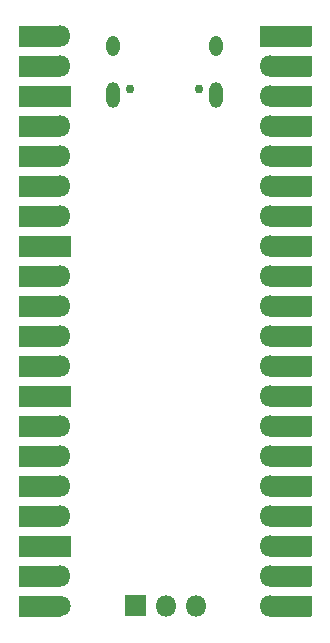
<source format=gbs>
G04 #@! TF.GenerationSoftware,KiCad,Pcbnew,(5.1.10)-1*
G04 #@! TF.CreationDate,2021-06-28T05:28:15+01:00*
G04 #@! TF.ProjectId,EnvOpenPico,456e764f-7065-46e5-9069-636f2e6b6963,REV1*
G04 #@! TF.SameCoordinates,Original*
G04 #@! TF.FileFunction,Soldermask,Bot*
G04 #@! TF.FilePolarity,Negative*
%FSLAX46Y46*%
G04 Gerber Fmt 4.6, Leading zero omitted, Abs format (unit mm)*
G04 Created by KiCad (PCBNEW (5.1.10)-1) date 2021-06-28 05:28:15*
%MOMM*%
%LPD*%
G01*
G04 APERTURE LIST*
%ADD10O,1.802000X1.802000*%
%ADD11C,1.802000*%
%ADD12C,0.752000*%
%ADD13O,1.102000X2.202000*%
%ADD14O,1.102000X1.702000*%
G04 APERTURE END LIST*
D10*
X112550000Y-106985000D03*
X112550000Y-104445000D03*
X112550000Y-101905000D03*
X112550000Y-99365000D03*
X112550000Y-96825000D03*
X112550000Y-94285000D03*
X112550000Y-91745000D03*
X112550000Y-89205000D03*
X112550000Y-86665000D03*
X112550000Y-84125000D03*
X112550000Y-81585000D03*
X112550000Y-79045000D03*
X112550000Y-76505000D03*
X112550000Y-73965000D03*
X112550000Y-71425000D03*
X112550000Y-68885000D03*
X112550000Y-66345000D03*
X112550000Y-63805000D03*
X112550000Y-61265000D03*
G36*
G01*
X113451000Y-57875000D02*
X113451000Y-59575000D01*
G75*
G02*
X113400000Y-59626000I-51000J0D01*
G01*
X111700000Y-59626000D01*
G75*
G02*
X111649000Y-59575000I0J51000D01*
G01*
X111649000Y-57875000D01*
G75*
G02*
X111700000Y-57824000I51000J0D01*
G01*
X113400000Y-57824000D01*
G75*
G02*
X113451000Y-57875000I0J-51000D01*
G01*
G37*
G36*
G01*
X116051000Y-98515000D02*
X116051000Y-100215000D01*
G75*
G02*
X116000000Y-100266000I-51000J0D01*
G01*
X112500000Y-100266000D01*
G75*
G02*
X112449000Y-100215000I0J51000D01*
G01*
X112449000Y-98515000D01*
G75*
G02*
X112500000Y-98464000I51000J0D01*
G01*
X116000000Y-98464000D01*
G75*
G02*
X116051000Y-98515000I0J-51000D01*
G01*
G37*
G36*
G01*
X116051000Y-101055000D02*
X116051000Y-102755000D01*
G75*
G02*
X116000000Y-102806000I-51000J0D01*
G01*
X112500000Y-102806000D01*
G75*
G02*
X112449000Y-102755000I0J51000D01*
G01*
X112449000Y-101055000D01*
G75*
G02*
X112500000Y-101004000I51000J0D01*
G01*
X116000000Y-101004000D01*
G75*
G02*
X116051000Y-101055000I0J-51000D01*
G01*
G37*
G36*
G01*
X116051000Y-95975000D02*
X116051000Y-97675000D01*
G75*
G02*
X116000000Y-97726000I-51000J0D01*
G01*
X112500000Y-97726000D01*
G75*
G02*
X112449000Y-97675000I0J51000D01*
G01*
X112449000Y-95975000D01*
G75*
G02*
X112500000Y-95924000I51000J0D01*
G01*
X116000000Y-95924000D01*
G75*
G02*
X116051000Y-95975000I0J-51000D01*
G01*
G37*
G36*
G01*
X116051000Y-103595000D02*
X116051000Y-105295000D01*
G75*
G02*
X116000000Y-105346000I-51000J0D01*
G01*
X112500000Y-105346000D01*
G75*
G02*
X112449000Y-105295000I0J51000D01*
G01*
X112449000Y-103595000D01*
G75*
G02*
X112500000Y-103544000I51000J0D01*
G01*
X116000000Y-103544000D01*
G75*
G02*
X116051000Y-103595000I0J-51000D01*
G01*
G37*
G36*
G01*
X116051000Y-93435000D02*
X116051000Y-95135000D01*
G75*
G02*
X116000000Y-95186000I-51000J0D01*
G01*
X112500000Y-95186000D01*
G75*
G02*
X112449000Y-95135000I0J51000D01*
G01*
X112449000Y-93435000D01*
G75*
G02*
X112500000Y-93384000I51000J0D01*
G01*
X116000000Y-93384000D01*
G75*
G02*
X116051000Y-93435000I0J-51000D01*
G01*
G37*
G36*
G01*
X116051000Y-106135000D02*
X116051000Y-107835000D01*
G75*
G02*
X116000000Y-107886000I-51000J0D01*
G01*
X112500000Y-107886000D01*
G75*
G02*
X112449000Y-107835000I0J51000D01*
G01*
X112449000Y-106135000D01*
G75*
G02*
X112500000Y-106084000I51000J0D01*
G01*
X116000000Y-106084000D01*
G75*
G02*
X116051000Y-106135000I0J-51000D01*
G01*
G37*
G36*
G01*
X116051000Y-85815000D02*
X116051000Y-87515000D01*
G75*
G02*
X116000000Y-87566000I-51000J0D01*
G01*
X112500000Y-87566000D01*
G75*
G02*
X112449000Y-87515000I0J51000D01*
G01*
X112449000Y-85815000D01*
G75*
G02*
X112500000Y-85764000I51000J0D01*
G01*
X116000000Y-85764000D01*
G75*
G02*
X116051000Y-85815000I0J-51000D01*
G01*
G37*
G36*
G01*
X116051000Y-90895000D02*
X116051000Y-92595000D01*
G75*
G02*
X116000000Y-92646000I-51000J0D01*
G01*
X112500000Y-92646000D01*
G75*
G02*
X112449000Y-92595000I0J51000D01*
G01*
X112449000Y-90895000D01*
G75*
G02*
X112500000Y-90844000I51000J0D01*
G01*
X116000000Y-90844000D01*
G75*
G02*
X116051000Y-90895000I0J-51000D01*
G01*
G37*
G36*
G01*
X116051000Y-83275000D02*
X116051000Y-84975000D01*
G75*
G02*
X116000000Y-85026000I-51000J0D01*
G01*
X112500000Y-85026000D01*
G75*
G02*
X112449000Y-84975000I0J51000D01*
G01*
X112449000Y-83275000D01*
G75*
G02*
X112500000Y-83224000I51000J0D01*
G01*
X116000000Y-83224000D01*
G75*
G02*
X116051000Y-83275000I0J-51000D01*
G01*
G37*
G36*
G01*
X116051000Y-73115000D02*
X116051000Y-74815000D01*
G75*
G02*
X116000000Y-74866000I-51000J0D01*
G01*
X112500000Y-74866000D01*
G75*
G02*
X112449000Y-74815000I0J51000D01*
G01*
X112449000Y-73115000D01*
G75*
G02*
X112500000Y-73064000I51000J0D01*
G01*
X116000000Y-73064000D01*
G75*
G02*
X116051000Y-73115000I0J-51000D01*
G01*
G37*
G36*
G01*
X116051000Y-70575000D02*
X116051000Y-72275000D01*
G75*
G02*
X116000000Y-72326000I-51000J0D01*
G01*
X112500000Y-72326000D01*
G75*
G02*
X112449000Y-72275000I0J51000D01*
G01*
X112449000Y-70575000D01*
G75*
G02*
X112500000Y-70524000I51000J0D01*
G01*
X116000000Y-70524000D01*
G75*
G02*
X116051000Y-70575000I0J-51000D01*
G01*
G37*
G36*
G01*
X116051000Y-68035000D02*
X116051000Y-69735000D01*
G75*
G02*
X116000000Y-69786000I-51000J0D01*
G01*
X112500000Y-69786000D01*
G75*
G02*
X112449000Y-69735000I0J51000D01*
G01*
X112449000Y-68035000D01*
G75*
G02*
X112500000Y-67984000I51000J0D01*
G01*
X116000000Y-67984000D01*
G75*
G02*
X116051000Y-68035000I0J-51000D01*
G01*
G37*
G36*
G01*
X116051000Y-60415000D02*
X116051000Y-62115000D01*
G75*
G02*
X116000000Y-62166000I-51000J0D01*
G01*
X112500000Y-62166000D01*
G75*
G02*
X112449000Y-62115000I0J51000D01*
G01*
X112449000Y-60415000D01*
G75*
G02*
X112500000Y-60364000I51000J0D01*
G01*
X116000000Y-60364000D01*
G75*
G02*
X116051000Y-60415000I0J-51000D01*
G01*
G37*
G36*
G01*
X116051000Y-88355000D02*
X116051000Y-90055000D01*
G75*
G02*
X116000000Y-90106000I-51000J0D01*
G01*
X112500000Y-90106000D01*
G75*
G02*
X112449000Y-90055000I0J51000D01*
G01*
X112449000Y-88355000D01*
G75*
G02*
X112500000Y-88304000I51000J0D01*
G01*
X116000000Y-88304000D01*
G75*
G02*
X116051000Y-88355000I0J-51000D01*
G01*
G37*
G36*
G01*
X116051000Y-75655000D02*
X116051000Y-77355000D01*
G75*
G02*
X116000000Y-77406000I-51000J0D01*
G01*
X112500000Y-77406000D01*
G75*
G02*
X112449000Y-77355000I0J51000D01*
G01*
X112449000Y-75655000D01*
G75*
G02*
X112500000Y-75604000I51000J0D01*
G01*
X116000000Y-75604000D01*
G75*
G02*
X116051000Y-75655000I0J-51000D01*
G01*
G37*
G36*
G01*
X116051000Y-62955000D02*
X116051000Y-64655000D01*
G75*
G02*
X116000000Y-64706000I-51000J0D01*
G01*
X112500000Y-64706000D01*
G75*
G02*
X112449000Y-64655000I0J51000D01*
G01*
X112449000Y-62955000D01*
G75*
G02*
X112500000Y-62904000I51000J0D01*
G01*
X116000000Y-62904000D01*
G75*
G02*
X116051000Y-62955000I0J-51000D01*
G01*
G37*
G36*
G01*
X116051000Y-57875000D02*
X116051000Y-59575000D01*
G75*
G02*
X116000000Y-59626000I-51000J0D01*
G01*
X112500000Y-59626000D01*
G75*
G02*
X112449000Y-59575000I0J51000D01*
G01*
X112449000Y-57875000D01*
G75*
G02*
X112500000Y-57824000I51000J0D01*
G01*
X116000000Y-57824000D01*
G75*
G02*
X116051000Y-57875000I0J-51000D01*
G01*
G37*
G36*
G01*
X116051000Y-78195000D02*
X116051000Y-79895000D01*
G75*
G02*
X116000000Y-79946000I-51000J0D01*
G01*
X112500000Y-79946000D01*
G75*
G02*
X112449000Y-79895000I0J51000D01*
G01*
X112449000Y-78195000D01*
G75*
G02*
X112500000Y-78144000I51000J0D01*
G01*
X116000000Y-78144000D01*
G75*
G02*
X116051000Y-78195000I0J-51000D01*
G01*
G37*
G36*
G01*
X116051000Y-65495000D02*
X116051000Y-67195000D01*
G75*
G02*
X116000000Y-67246000I-51000J0D01*
G01*
X112500000Y-67246000D01*
G75*
G02*
X112449000Y-67195000I0J51000D01*
G01*
X112449000Y-65495000D01*
G75*
G02*
X112500000Y-65444000I51000J0D01*
G01*
X116000000Y-65444000D01*
G75*
G02*
X116051000Y-65495000I0J-51000D01*
G01*
G37*
G36*
G01*
X116051000Y-80735000D02*
X116051000Y-82435000D01*
G75*
G02*
X116000000Y-82486000I-51000J0D01*
G01*
X112500000Y-82486000D01*
G75*
G02*
X112449000Y-82435000I0J51000D01*
G01*
X112449000Y-80735000D01*
G75*
G02*
X112500000Y-80684000I51000J0D01*
G01*
X116000000Y-80684000D01*
G75*
G02*
X116051000Y-80735000I0J-51000D01*
G01*
G37*
X94750000Y-58725000D03*
X94750000Y-61265000D03*
G36*
G01*
X93849000Y-64655000D02*
X93849000Y-62955000D01*
G75*
G02*
X93900000Y-62904000I51000J0D01*
G01*
X95600000Y-62904000D01*
G75*
G02*
X95651000Y-62955000I0J-51000D01*
G01*
X95651000Y-64655000D01*
G75*
G02*
X95600000Y-64706000I-51000J0D01*
G01*
X93900000Y-64706000D01*
G75*
G02*
X93849000Y-64655000I0J51000D01*
G01*
G37*
X94750000Y-66345000D03*
X94750000Y-68885000D03*
X94750000Y-71425000D03*
X94750000Y-73965000D03*
G36*
G01*
X93849000Y-77355000D02*
X93849000Y-75655000D01*
G75*
G02*
X93900000Y-75604000I51000J0D01*
G01*
X95600000Y-75604000D01*
G75*
G02*
X95651000Y-75655000I0J-51000D01*
G01*
X95651000Y-77355000D01*
G75*
G02*
X95600000Y-77406000I-51000J0D01*
G01*
X93900000Y-77406000D01*
G75*
G02*
X93849000Y-77355000I0J51000D01*
G01*
G37*
X94750000Y-79045000D03*
X94750000Y-81585000D03*
X94750000Y-84125000D03*
X94750000Y-86665000D03*
G36*
G01*
X93849000Y-90055000D02*
X93849000Y-88355000D01*
G75*
G02*
X93900000Y-88304000I51000J0D01*
G01*
X95600000Y-88304000D01*
G75*
G02*
X95651000Y-88355000I0J-51000D01*
G01*
X95651000Y-90055000D01*
G75*
G02*
X95600000Y-90106000I-51000J0D01*
G01*
X93900000Y-90106000D01*
G75*
G02*
X93849000Y-90055000I0J51000D01*
G01*
G37*
X94750000Y-91745000D03*
X94750000Y-94285000D03*
X94750000Y-96825000D03*
X94750000Y-99365000D03*
G36*
G01*
X93849000Y-102755000D02*
X93849000Y-101055000D01*
G75*
G02*
X93900000Y-101004000I51000J0D01*
G01*
X95600000Y-101004000D01*
G75*
G02*
X95651000Y-101055000I0J-51000D01*
G01*
X95651000Y-102755000D01*
G75*
G02*
X95600000Y-102806000I-51000J0D01*
G01*
X93900000Y-102806000D01*
G75*
G02*
X93849000Y-102755000I0J51000D01*
G01*
G37*
X94750000Y-104445000D03*
D11*
X94750000Y-106985000D03*
G36*
G01*
X91249000Y-105295000D02*
X91249000Y-103595000D01*
G75*
G02*
X91300000Y-103544000I51000J0D01*
G01*
X94800000Y-103544000D01*
G75*
G02*
X94851000Y-103595000I0J-51000D01*
G01*
X94851000Y-105295000D01*
G75*
G02*
X94800000Y-105346000I-51000J0D01*
G01*
X91300000Y-105346000D01*
G75*
G02*
X91249000Y-105295000I0J51000D01*
G01*
G37*
G36*
G01*
X91249000Y-74815000D02*
X91249000Y-73115000D01*
G75*
G02*
X91300000Y-73064000I51000J0D01*
G01*
X94800000Y-73064000D01*
G75*
G02*
X94851000Y-73115000I0J-51000D01*
G01*
X94851000Y-74815000D01*
G75*
G02*
X94800000Y-74866000I-51000J0D01*
G01*
X91300000Y-74866000D01*
G75*
G02*
X91249000Y-74815000I0J51000D01*
G01*
G37*
G36*
G01*
X91249000Y-100215000D02*
X91249000Y-98515000D01*
G75*
G02*
X91300000Y-98464000I51000J0D01*
G01*
X94800000Y-98464000D01*
G75*
G02*
X94851000Y-98515000I0J-51000D01*
G01*
X94851000Y-100215000D01*
G75*
G02*
X94800000Y-100266000I-51000J0D01*
G01*
X91300000Y-100266000D01*
G75*
G02*
X91249000Y-100215000I0J51000D01*
G01*
G37*
G36*
G01*
X91249000Y-95135000D02*
X91249000Y-93435000D01*
G75*
G02*
X91300000Y-93384000I51000J0D01*
G01*
X94800000Y-93384000D01*
G75*
G02*
X94851000Y-93435000I0J-51000D01*
G01*
X94851000Y-95135000D01*
G75*
G02*
X94800000Y-95186000I-51000J0D01*
G01*
X91300000Y-95186000D01*
G75*
G02*
X91249000Y-95135000I0J51000D01*
G01*
G37*
G36*
G01*
X91249000Y-90055000D02*
X91249000Y-88355000D01*
G75*
G02*
X91300000Y-88304000I51000J0D01*
G01*
X94800000Y-88304000D01*
G75*
G02*
X94851000Y-88355000I0J-51000D01*
G01*
X94851000Y-90055000D01*
G75*
G02*
X94800000Y-90106000I-51000J0D01*
G01*
X91300000Y-90106000D01*
G75*
G02*
X91249000Y-90055000I0J51000D01*
G01*
G37*
G36*
G01*
X91249000Y-87515000D02*
X91249000Y-85815000D01*
G75*
G02*
X91300000Y-85764000I51000J0D01*
G01*
X94800000Y-85764000D01*
G75*
G02*
X94851000Y-85815000I0J-51000D01*
G01*
X94851000Y-87515000D01*
G75*
G02*
X94800000Y-87566000I-51000J0D01*
G01*
X91300000Y-87566000D01*
G75*
G02*
X91249000Y-87515000I0J51000D01*
G01*
G37*
G36*
G01*
X91249000Y-72275000D02*
X91249000Y-70575000D01*
G75*
G02*
X91300000Y-70524000I51000J0D01*
G01*
X94800000Y-70524000D01*
G75*
G02*
X94851000Y-70575000I0J-51000D01*
G01*
X94851000Y-72275000D01*
G75*
G02*
X94800000Y-72326000I-51000J0D01*
G01*
X91300000Y-72326000D01*
G75*
G02*
X91249000Y-72275000I0J51000D01*
G01*
G37*
G36*
G01*
X91259000Y-79895000D02*
X91259000Y-78195000D01*
G75*
G02*
X91310000Y-78144000I51000J0D01*
G01*
X94810000Y-78144000D01*
G75*
G02*
X94861000Y-78195000I0J-51000D01*
G01*
X94861000Y-79895000D01*
G75*
G02*
X94810000Y-79946000I-51000J0D01*
G01*
X91310000Y-79946000D01*
G75*
G02*
X91259000Y-79895000I0J51000D01*
G01*
G37*
G36*
G01*
X91249000Y-69735000D02*
X91249000Y-68035000D01*
G75*
G02*
X91300000Y-67984000I51000J0D01*
G01*
X94800000Y-67984000D01*
G75*
G02*
X94851000Y-68035000I0J-51000D01*
G01*
X94851000Y-69735000D01*
G75*
G02*
X94800000Y-69786000I-51000J0D01*
G01*
X91300000Y-69786000D01*
G75*
G02*
X91249000Y-69735000I0J51000D01*
G01*
G37*
G36*
G01*
X91249000Y-62105000D02*
X91249000Y-60405000D01*
G75*
G02*
X91300000Y-60354000I51000J0D01*
G01*
X94800000Y-60354000D01*
G75*
G02*
X94851000Y-60405000I0J-51000D01*
G01*
X94851000Y-62105000D01*
G75*
G02*
X94800000Y-62156000I-51000J0D01*
G01*
X91300000Y-62156000D01*
G75*
G02*
X91249000Y-62105000I0J51000D01*
G01*
G37*
G36*
G01*
X91249000Y-67185000D02*
X91249000Y-65485000D01*
G75*
G02*
X91300000Y-65434000I51000J0D01*
G01*
X94800000Y-65434000D01*
G75*
G02*
X94851000Y-65485000I0J-51000D01*
G01*
X94851000Y-67185000D01*
G75*
G02*
X94800000Y-67236000I-51000J0D01*
G01*
X91300000Y-67236000D01*
G75*
G02*
X91249000Y-67185000I0J51000D01*
G01*
G37*
G36*
G01*
X91239000Y-92595000D02*
X91239000Y-90895000D01*
G75*
G02*
X91290000Y-90844000I51000J0D01*
G01*
X94790000Y-90844000D01*
G75*
G02*
X94841000Y-90895000I0J-51000D01*
G01*
X94841000Y-92595000D01*
G75*
G02*
X94790000Y-92646000I-51000J0D01*
G01*
X91290000Y-92646000D01*
G75*
G02*
X91239000Y-92595000I0J51000D01*
G01*
G37*
G36*
G01*
X91249000Y-97675000D02*
X91249000Y-95975000D01*
G75*
G02*
X91300000Y-95924000I51000J0D01*
G01*
X94800000Y-95924000D01*
G75*
G02*
X94851000Y-95975000I0J-51000D01*
G01*
X94851000Y-97675000D01*
G75*
G02*
X94800000Y-97726000I-51000J0D01*
G01*
X91300000Y-97726000D01*
G75*
G02*
X91249000Y-97675000I0J51000D01*
G01*
G37*
G36*
G01*
X91249000Y-82435000D02*
X91249000Y-80735000D01*
G75*
G02*
X91300000Y-80684000I51000J0D01*
G01*
X94800000Y-80684000D01*
G75*
G02*
X94851000Y-80735000I0J-51000D01*
G01*
X94851000Y-82435000D01*
G75*
G02*
X94800000Y-82486000I-51000J0D01*
G01*
X91300000Y-82486000D01*
G75*
G02*
X91249000Y-82435000I0J51000D01*
G01*
G37*
G36*
G01*
X91249000Y-77355000D02*
X91249000Y-75655000D01*
G75*
G02*
X91300000Y-75604000I51000J0D01*
G01*
X94800000Y-75604000D01*
G75*
G02*
X94851000Y-75655000I0J-51000D01*
G01*
X94851000Y-77355000D01*
G75*
G02*
X94800000Y-77406000I-51000J0D01*
G01*
X91300000Y-77406000D01*
G75*
G02*
X91249000Y-77355000I0J51000D01*
G01*
G37*
G36*
G01*
X91249000Y-107835000D02*
X91249000Y-106135000D01*
G75*
G02*
X91300000Y-106084000I51000J0D01*
G01*
X94800000Y-106084000D01*
G75*
G02*
X94851000Y-106135000I0J-51000D01*
G01*
X94851000Y-107835000D01*
G75*
G02*
X94800000Y-107886000I-51000J0D01*
G01*
X91300000Y-107886000D01*
G75*
G02*
X91249000Y-107835000I0J51000D01*
G01*
G37*
G36*
G01*
X91249000Y-84975000D02*
X91249000Y-83275000D01*
G75*
G02*
X91300000Y-83224000I51000J0D01*
G01*
X94800000Y-83224000D01*
G75*
G02*
X94851000Y-83275000I0J-51000D01*
G01*
X94851000Y-84975000D01*
G75*
G02*
X94800000Y-85026000I-51000J0D01*
G01*
X91300000Y-85026000D01*
G75*
G02*
X91249000Y-84975000I0J51000D01*
G01*
G37*
G36*
G01*
X91249000Y-64655000D02*
X91249000Y-62955000D01*
G75*
G02*
X91300000Y-62904000I51000J0D01*
G01*
X94800000Y-62904000D01*
G75*
G02*
X94851000Y-62955000I0J-51000D01*
G01*
X94851000Y-64655000D01*
G75*
G02*
X94800000Y-64706000I-51000J0D01*
G01*
X91300000Y-64706000D01*
G75*
G02*
X91249000Y-64655000I0J51000D01*
G01*
G37*
G36*
G01*
X91249000Y-102755000D02*
X91249000Y-101055000D01*
G75*
G02*
X91300000Y-101004000I51000J0D01*
G01*
X94800000Y-101004000D01*
G75*
G02*
X94851000Y-101055000I0J-51000D01*
G01*
X94851000Y-102755000D01*
G75*
G02*
X94800000Y-102806000I-51000J0D01*
G01*
X91300000Y-102806000D01*
G75*
G02*
X91249000Y-102755000I0J51000D01*
G01*
G37*
G36*
G01*
X91249000Y-59575000D02*
X91249000Y-57875000D01*
G75*
G02*
X91300000Y-57824000I51000J0D01*
G01*
X94800000Y-57824000D01*
G75*
G02*
X94851000Y-57875000I0J-51000D01*
G01*
X94851000Y-59575000D01*
G75*
G02*
X94800000Y-59626000I-51000J0D01*
G01*
X91300000Y-59626000D01*
G75*
G02*
X91249000Y-59575000I0J51000D01*
G01*
G37*
D12*
X100710000Y-63175000D03*
X106490000Y-63175000D03*
D13*
X107920000Y-63705000D03*
X99280000Y-63705000D03*
D14*
X107920000Y-59525000D03*
X99280000Y-59525000D03*
D10*
X106230000Y-106925000D03*
X103690000Y-106925000D03*
G36*
G01*
X102000000Y-107826000D02*
X100300000Y-107826000D01*
G75*
G02*
X100249000Y-107775000I0J51000D01*
G01*
X100249000Y-106075000D01*
G75*
G02*
X100300000Y-106024000I51000J0D01*
G01*
X102000000Y-106024000D01*
G75*
G02*
X102051000Y-106075000I0J-51000D01*
G01*
X102051000Y-107775000D01*
G75*
G02*
X102000000Y-107826000I-51000J0D01*
G01*
G37*
M02*

</source>
